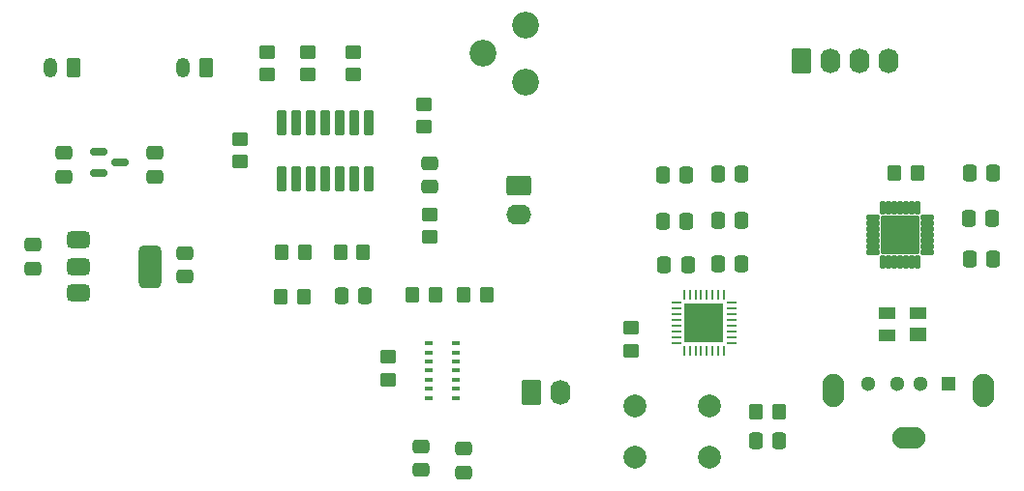
<source format=gbr>
%TF.GenerationSoftware,KiCad,Pcbnew,8.0.8*%
%TF.CreationDate,2025-03-31T16:04:57-05:00*%
%TF.ProjectId,finalproject,66696e61-6c70-4726-9f6a-6563742e6b69,rev?*%
%TF.SameCoordinates,Original*%
%TF.FileFunction,Soldermask,Top*%
%TF.FilePolarity,Negative*%
%FSLAX46Y46*%
G04 Gerber Fmt 4.6, Leading zero omitted, Abs format (unit mm)*
G04 Created by KiCad (PCBNEW 8.0.8) date 2025-03-31 16:04:57*
%MOMM*%
%LPD*%
G01*
G04 APERTURE LIST*
G04 Aperture macros list*
%AMRoundRect*
0 Rectangle with rounded corners*
0 $1 Rounding radius*
0 $2 $3 $4 $5 $6 $7 $8 $9 X,Y pos of 4 corners*
0 Add a 4 corners polygon primitive as box body*
4,1,4,$2,$3,$4,$5,$6,$7,$8,$9,$2,$3,0*
0 Add four circle primitives for the rounded corners*
1,1,$1+$1,$2,$3*
1,1,$1+$1,$4,$5*
1,1,$1+$1,$6,$7*
1,1,$1+$1,$8,$9*
0 Add four rect primitives between the rounded corners*
20,1,$1+$1,$2,$3,$4,$5,0*
20,1,$1+$1,$4,$5,$6,$7,0*
20,1,$1+$1,$6,$7,$8,$9,0*
20,1,$1+$1,$8,$9,$2,$3,0*%
G04 Aperture macros list end*
%ADD10C,0.010000*%
%ADD11C,2.340000*%
%ADD12RoundRect,0.250000X0.350000X0.625000X-0.350000X0.625000X-0.350000X-0.625000X0.350000X-0.625000X0*%
%ADD13O,1.200000X1.750000*%
%ADD14O,1.900000X2.900000*%
%ADD15O,2.900000X1.900000*%
%ADD16C,1.300000*%
%ADD17R,1.300000X1.300000*%
%ADD18RoundRect,0.058000X0.529000X-0.174000X0.529000X0.174000X-0.529000X0.174000X-0.529000X-0.174000X0*%
%ADD19RoundRect,0.058000X0.174000X-0.529000X0.174000X0.529000X-0.174000X0.529000X-0.174000X-0.529000X0*%
%ADD20RoundRect,0.102000X1.575000X-1.575000X1.575000X1.575000X-1.575000X1.575000X-1.575000X-1.575000X0*%
%ADD21O,1.740000X2.190000*%
%ADD22RoundRect,0.250000X-0.620000X-0.845000X0.620000X-0.845000X0.620000X0.845000X-0.620000X0.845000X0*%
%ADD23C,2.000000*%
%ADD24O,2.190000X1.740000*%
%ADD25RoundRect,0.250000X-0.845000X0.620000X-0.845000X-0.620000X0.845000X-0.620000X0.845000X0.620000X0*%
%ADD26RoundRect,0.250000X-0.450000X0.350000X-0.450000X-0.350000X0.450000X-0.350000X0.450000X0.350000X0*%
%ADD27RoundRect,0.250000X0.350000X0.450000X-0.350000X0.450000X-0.350000X-0.450000X0.350000X-0.450000X0*%
%ADD28RoundRect,0.250000X0.450000X-0.350000X0.450000X0.350000X-0.450000X0.350000X-0.450000X-0.350000X0*%
%ADD29RoundRect,0.250000X-0.350000X-0.450000X0.350000X-0.450000X0.350000X0.450000X-0.350000X0.450000X0*%
%ADD30RoundRect,0.062500X0.375000X0.062500X-0.375000X0.062500X-0.375000X-0.062500X0.375000X-0.062500X0*%
%ADD31RoundRect,0.062500X0.062500X0.375000X-0.062500X0.375000X-0.062500X-0.375000X0.062500X-0.375000X0*%
%ADD32R,3.450000X3.450000*%
%ADD33RoundRect,0.087500X0.287500X0.087500X-0.287500X0.087500X-0.287500X-0.087500X0.287500X-0.087500X0*%
%ADD34RoundRect,0.250000X-0.337500X-0.475000X0.337500X-0.475000X0.337500X0.475000X-0.337500X0.475000X0*%
%ADD35RoundRect,0.250000X-0.475000X0.337500X-0.475000X-0.337500X0.475000X-0.337500X0.475000X0.337500X0*%
%ADD36RoundRect,0.250000X0.475000X-0.337500X0.475000X0.337500X-0.475000X0.337500X-0.475000X-0.337500X0*%
%ADD37RoundRect,0.250000X0.337500X0.475000X-0.337500X0.475000X-0.337500X-0.475000X0.337500X-0.475000X0*%
%ADD38RoundRect,0.150000X-0.587500X-0.150000X0.587500X-0.150000X0.587500X0.150000X-0.587500X0.150000X0*%
%ADD39RoundRect,0.375000X-0.625000X-0.375000X0.625000X-0.375000X0.625000X0.375000X-0.625000X0.375000X0*%
%ADD40RoundRect,0.500000X-0.500000X-1.400000X0.500000X-1.400000X0.500000X1.400000X-0.500000X1.400000X0*%
%ADD41RoundRect,0.100500X-0.301500X0.986500X-0.301500X-0.986500X0.301500X-0.986500X0.301500X0.986500X0*%
G04 APERTURE END LIST*
D10*
%TO.C,U1*%
X152718226Y-95827000D02*
X151319000Y-95827000D01*
X151319000Y-94925320D01*
X152718226Y-94925320D01*
X152718226Y-95827000D01*
G36*
X152718226Y-95827000D02*
G01*
X151319000Y-95827000D01*
X151319000Y-94925320D01*
X152718226Y-94925320D01*
X152718226Y-95827000D01*
G37*
X152718509Y-97747000D02*
X151319000Y-97747000D01*
X151319000Y-96847385D01*
X152718509Y-96847385D01*
X152718509Y-97747000D01*
G36*
X152718509Y-97747000D02*
G01*
X151319000Y-97747000D01*
X151319000Y-96847385D01*
X152718509Y-96847385D01*
X152718509Y-97747000D01*
G37*
X155420020Y-97747000D02*
X154019000Y-97747000D01*
X154019000Y-96647155D01*
X155420020Y-96647155D01*
X155420020Y-97747000D01*
G36*
X155420020Y-97747000D02*
G01*
X154019000Y-97747000D01*
X154019000Y-96647155D01*
X155420020Y-96647155D01*
X155420020Y-97747000D01*
G37*
X155421300Y-95827000D02*
X154019000Y-95827000D01*
X154019000Y-94925420D01*
X155421300Y-94925420D01*
X155421300Y-95827000D01*
G36*
X155421300Y-95827000D02*
G01*
X154019000Y-95827000D01*
X154019000Y-94925420D01*
X155421300Y-94925420D01*
X155421300Y-95827000D01*
G37*
%TD*%
D11*
%TO.C,R17*%
X120459000Y-75184000D03*
X116659000Y-72684000D03*
X120459000Y-70184000D03*
%TD*%
D12*
%TO.C,Vin1*%
X80867000Y-73914000D03*
D13*
X78867000Y-73914000D03*
%TD*%
D14*
%TO.C,USB1*%
X147354000Y-102187000D03*
D15*
X153924000Y-106367000D03*
D14*
X160494000Y-102187000D03*
D16*
X150424000Y-101587000D03*
X152924000Y-101587000D03*
X154924000Y-101587000D03*
D17*
X157424000Y-101587000D03*
%TD*%
D18*
%TO.C,UART-TO-USB1*%
X155556000Y-90062000D03*
X155556000Y-89562000D03*
X155556000Y-89062000D03*
X155556000Y-88562000D03*
X155556000Y-88062000D03*
X155556000Y-87562000D03*
X155556000Y-87062000D03*
X150816000Y-87062000D03*
X150816000Y-87562000D03*
X150816000Y-88062000D03*
X150816000Y-88562000D03*
X150816000Y-89062000D03*
X150816000Y-89562000D03*
X150816000Y-90062000D03*
D19*
X151686000Y-90932000D03*
X152186000Y-90932000D03*
X152686000Y-90932000D03*
X153186000Y-90932000D03*
X153686000Y-90932000D03*
X154186000Y-90932000D03*
X154686000Y-90932000D03*
X154686000Y-86192000D03*
X154186000Y-86192000D03*
X153686000Y-86192000D03*
X153186000Y-86192000D03*
X152686000Y-86192000D03*
X152186000Y-86192000D03*
X151686000Y-86192000D03*
D20*
X153186000Y-88562000D03*
%TD*%
D21*
%TO.C,TEST1*%
X152146000Y-73279000D03*
X149606000Y-73279000D03*
X147066000Y-73279000D03*
D22*
X144526000Y-73279000D03*
%TD*%
D23*
%TO.C,SW1*%
X136473000Y-108061000D03*
X129973000Y-108061000D03*
X136473000Y-103561000D03*
X129973000Y-103561000D03*
%TD*%
D24*
%TO.C,SIG1*%
X119824000Y-86741000D03*
D25*
X119824000Y-84201000D03*
%TD*%
D26*
%TO.C,R16*%
X129667000Y-96683000D03*
X129667000Y-98683000D03*
%TD*%
D27*
%TO.C,R15*%
X152670000Y-83144000D03*
X154670000Y-83144000D03*
%TD*%
D28*
%TO.C,R14*%
X108391499Y-99234500D03*
X108391499Y-101234500D03*
%TD*%
D29*
%TO.C,R13*%
X140605000Y-104013000D03*
X142605000Y-104013000D03*
%TD*%
D28*
%TO.C,R12*%
X112077000Y-86757000D03*
X112077000Y-88757000D03*
%TD*%
D27*
%TO.C,R11*%
X99012000Y-93980000D03*
X101012000Y-93980000D03*
%TD*%
%TO.C,R10*%
X99123000Y-90043000D03*
X101123000Y-90043000D03*
%TD*%
D26*
%TO.C,R9*%
X95440000Y-82153000D03*
X95440000Y-80153000D03*
%TD*%
%TO.C,R8*%
X111569000Y-77105000D03*
X111569000Y-79105000D03*
%TD*%
%TO.C,R6*%
X97853000Y-74533000D03*
X97853000Y-72533000D03*
%TD*%
%TO.C,R5*%
X105346000Y-72533000D03*
X105346000Y-74533000D03*
%TD*%
D28*
%TO.C,R4*%
X101409000Y-74533000D03*
X101409000Y-72533000D03*
%TD*%
D27*
%TO.C,R3*%
X104219000Y-90043000D03*
X106219000Y-90043000D03*
%TD*%
D29*
%TO.C,R2*%
X112550499Y-93843500D03*
X110550499Y-93843500D03*
%TD*%
%TO.C,R1*%
X114995499Y-93843500D03*
X116995499Y-93843500D03*
%TD*%
D30*
%TO.C,MCU1*%
X138474500Y-98011500D03*
X138474500Y-97511500D03*
X138474500Y-97011500D03*
X138474500Y-96511500D03*
X138474500Y-96011500D03*
X138474500Y-95511500D03*
X138474500Y-95011500D03*
X138474500Y-94511500D03*
D31*
X137787000Y-93824000D03*
X137287000Y-93824000D03*
X136787000Y-93824000D03*
X136287000Y-93824000D03*
X135787000Y-93824000D03*
X135287000Y-93824000D03*
X134787000Y-93824000D03*
X134287000Y-93824000D03*
D30*
X133599500Y-94511500D03*
X133599500Y-95011500D03*
X133599500Y-95511500D03*
X133599500Y-96011500D03*
X133599500Y-96511500D03*
X133599500Y-97011500D03*
X133599500Y-97511500D03*
X133599500Y-98011500D03*
D31*
X134287000Y-98699000D03*
X134787000Y-98699000D03*
X135287000Y-98699000D03*
X135787000Y-98699000D03*
X136287000Y-98699000D03*
X136787000Y-98699000D03*
X137287000Y-98699000D03*
X137787000Y-98699000D03*
D32*
X136037000Y-96261500D03*
%TD*%
D22*
%TO.C,HEARTOUT1*%
X120904000Y-102362000D03*
D21*
X123444000Y-102362000D03*
%TD*%
D33*
%TO.C,HEART1*%
X111960499Y-102847500D03*
X111960499Y-102047500D03*
X111960499Y-101247500D03*
X111960499Y-100447500D03*
X111960499Y-99647500D03*
X111960499Y-98847500D03*
X111960499Y-98047500D03*
X114360499Y-98047500D03*
X114360499Y-98847500D03*
X114360499Y-99647500D03*
X114360499Y-100447500D03*
X114360499Y-101247500D03*
X114360499Y-102047500D03*
X114360499Y-102847500D03*
%TD*%
D12*
%TO.C,GSR_IN1*%
X92456000Y-73914000D03*
D13*
X90456000Y-73914000D03*
%TD*%
D34*
%TO.C,C18*%
X161333000Y-83144000D03*
X159258000Y-83144000D03*
%TD*%
D35*
%TO.C,C17*%
X90642000Y-90127000D03*
X90642000Y-92202000D03*
%TD*%
D36*
%TO.C,C16*%
X77307000Y-91483000D03*
X77307000Y-89408000D03*
%TD*%
D35*
%TO.C,C15*%
X88011000Y-81385500D03*
X88011000Y-83460500D03*
%TD*%
D36*
%TO.C,C14*%
X80010000Y-83460500D03*
X80010000Y-81385500D03*
%TD*%
D37*
%TO.C,C13*%
X142642500Y-106621000D03*
X140567500Y-106621000D03*
%TD*%
D34*
%TO.C,C12*%
X137265500Y-91079000D03*
X139340500Y-91079000D03*
%TD*%
%TO.C,C11*%
X132566500Y-91206000D03*
X134641500Y-91206000D03*
%TD*%
%TO.C,C10*%
X137265500Y-87269000D03*
X139340500Y-87269000D03*
%TD*%
%TO.C,C9*%
X161251500Y-87081000D03*
X159176500Y-87081000D03*
%TD*%
%TO.C,C8*%
X161333000Y-90704000D03*
X159258000Y-90704000D03*
%TD*%
%TO.C,C7*%
X132439500Y-87396000D03*
X134514500Y-87396000D03*
%TD*%
D37*
%TO.C,C6*%
X139340500Y-83205000D03*
X137265500Y-83205000D03*
%TD*%
D34*
%TO.C,C5*%
X132439500Y-83332000D03*
X134514500Y-83332000D03*
%TD*%
D36*
%TO.C,C4*%
X112077000Y-82274500D03*
X112077000Y-84349500D03*
%TD*%
D37*
%TO.C,C3*%
X104308500Y-93853000D03*
X106383500Y-93853000D03*
%TD*%
D35*
%TO.C,C2*%
X111312499Y-109151500D03*
X111312499Y-107076500D03*
%TD*%
%TO.C,C1*%
X114995499Y-109384000D03*
X114995499Y-107309000D03*
%TD*%
D38*
%TO.C,5V_3.3V1*%
X83058000Y-81280000D03*
X83058000Y-83180000D03*
X84933000Y-82230000D03*
%TD*%
D39*
%TO.C,3.3V_1.8V1*%
X81294000Y-93613000D03*
D40*
X87594000Y-91313000D03*
D39*
X81294000Y-91313000D03*
X81294000Y-89013000D03*
%TD*%
D41*
%TO.C,GSR1*%
X106743000Y-83690000D03*
X105473000Y-83690000D03*
X104203000Y-83690000D03*
X102933000Y-83690000D03*
X101663000Y-83690000D03*
X100393000Y-83690000D03*
X99123000Y-83690000D03*
X99123000Y-78740000D03*
X100393000Y-78740000D03*
X101663000Y-78740000D03*
X102933000Y-78740000D03*
X104203000Y-78740000D03*
X105473000Y-78740000D03*
X106743000Y-78740000D03*
%TD*%
M02*

</source>
